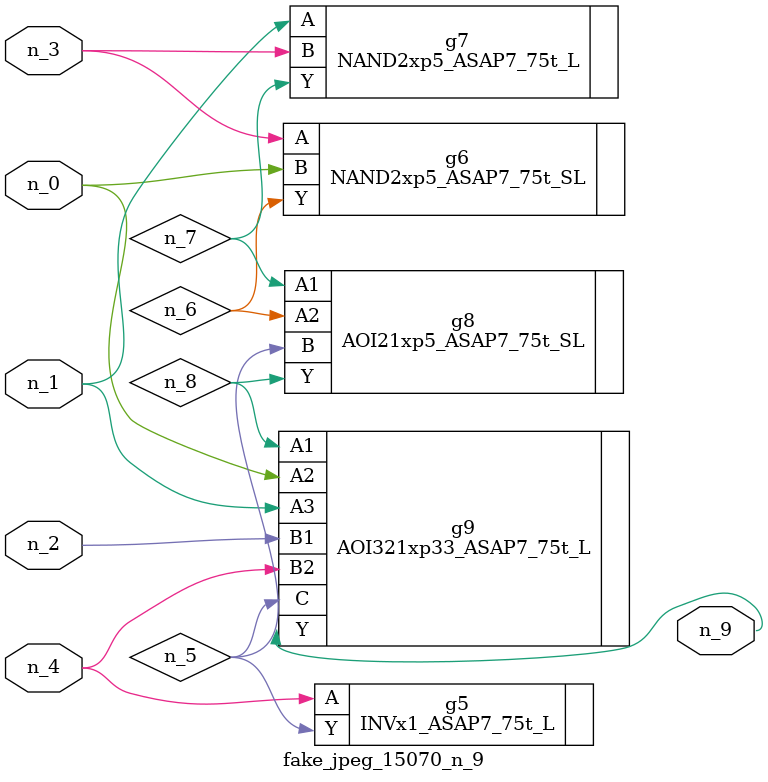
<source format=v>
module fake_jpeg_15070_n_9 (n_3, n_2, n_1, n_0, n_4, n_9);

input n_3;
input n_2;
input n_1;
input n_0;
input n_4;

output n_9;

wire n_8;
wire n_6;
wire n_5;
wire n_7;

INVx1_ASAP7_75t_L g5 ( 
.A(n_4),
.Y(n_5)
);

NAND2xp5_ASAP7_75t_SL g6 ( 
.A(n_3),
.B(n_0),
.Y(n_6)
);

NAND2xp5_ASAP7_75t_L g7 ( 
.A(n_1),
.B(n_3),
.Y(n_7)
);

AOI21xp5_ASAP7_75t_SL g8 ( 
.A1(n_7),
.A2(n_6),
.B(n_5),
.Y(n_8)
);

AOI321xp33_ASAP7_75t_L g9 ( 
.A1(n_8),
.A2(n_0),
.A3(n_1),
.B1(n_2),
.B2(n_4),
.C(n_5),
.Y(n_9)
);


endmodule
</source>
